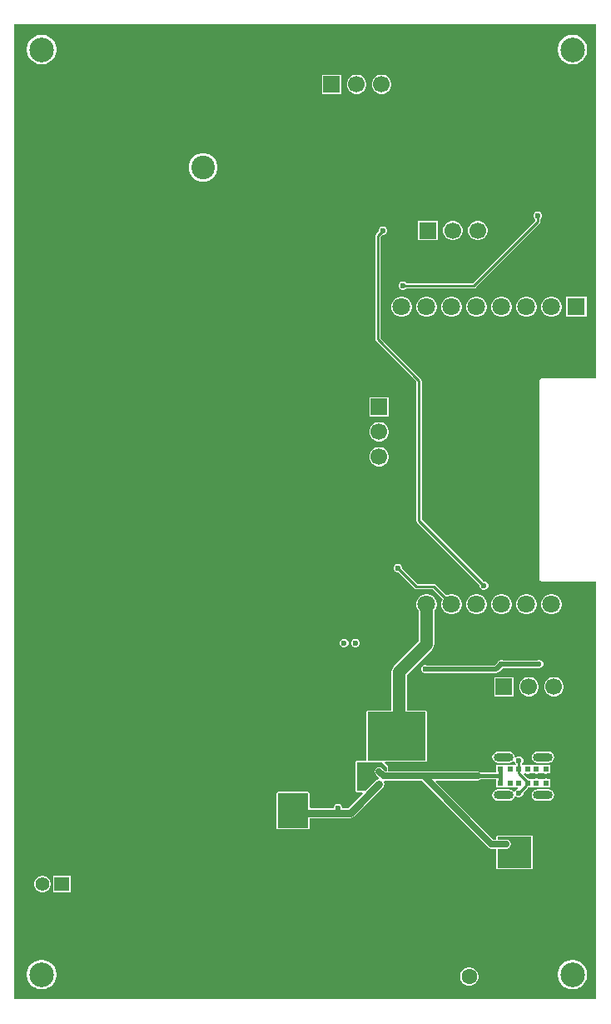
<source format=gbl>
G04*
G04 #@! TF.GenerationSoftware,Altium Limited,Altium Designer,22.2.1 (43)*
G04*
G04 Layer_Physical_Order=2*
G04 Layer_Color=16711680*
%FSLAX25Y25*%
%MOIN*%
G70*
G04*
G04 #@! TF.SameCoordinates,7FF29AC8-F327-4267-8616-DCF866A2A884*
G04*
G04*
G04 #@! TF.FilePolarity,Positive*
G04*
G01*
G75*
%ADD10C,0.01000*%
%ADD74C,0.02000*%
%ADD75C,0.05000*%
%ADD77C,0.01500*%
%ADD78C,0.03000*%
%ADD79C,0.02500*%
%ADD81C,0.06299*%
%ADD82R,0.06693X0.06693*%
%ADD83C,0.06693*%
%ADD84R,0.02441X0.02441*%
%ADD85O,0.07874X0.03543*%
%ADD86C,0.09449*%
%ADD87C,0.09843*%
%ADD88R,0.07087X0.07087*%
%ADD89C,0.07087*%
%ADD90C,0.05512*%
%ADD91R,0.05906X0.05512*%
%ADD92R,0.06693X0.06693*%
%ADD93C,0.02362*%
%ADD94C,0.01600*%
G36*
X234000Y250303D02*
X212000D01*
X211693Y250242D01*
X211432Y250068D01*
X211258Y249807D01*
X211197Y249500D01*
Y170000D01*
X211258Y169693D01*
X211432Y169432D01*
X211693Y169258D01*
X212000Y169197D01*
X234000D01*
Y2000D01*
X1000D01*
Y392000D01*
X234000D01*
Y250303D01*
D02*
G37*
%LPC*%
G36*
X224991Y387795D02*
X223828D01*
X222687Y387568D01*
X221612Y387123D01*
X220645Y386477D01*
X219822Y385654D01*
X219176Y384687D01*
X218731Y383612D01*
X218504Y382471D01*
Y381308D01*
X218731Y380167D01*
X219176Y379093D01*
X219822Y378125D01*
X220645Y377303D01*
X221612Y376656D01*
X222687Y376211D01*
X223828Y375984D01*
X224991D01*
X226132Y376211D01*
X227207Y376656D01*
X228174Y377303D01*
X228997Y378125D01*
X229643Y379093D01*
X230088Y380167D01*
X230315Y381308D01*
Y382471D01*
X230088Y383612D01*
X229643Y384687D01*
X228997Y385654D01*
X228174Y386477D01*
X227207Y387123D01*
X226132Y387568D01*
X224991Y387795D01*
D02*
G37*
G36*
X12393D02*
X11229D01*
X10088Y387568D01*
X9014Y387123D01*
X8046Y386477D01*
X7224Y385654D01*
X6578Y384687D01*
X6132Y383612D01*
X5906Y382471D01*
Y381308D01*
X6132Y380167D01*
X6578Y379093D01*
X7224Y378125D01*
X8046Y377303D01*
X9014Y376656D01*
X10088Y376211D01*
X11229Y375984D01*
X12393D01*
X13534Y376211D01*
X14608Y376656D01*
X15576Y377303D01*
X16398Y378125D01*
X17044Y379093D01*
X17490Y380167D01*
X17717Y381308D01*
Y382471D01*
X17490Y383612D01*
X17044Y384687D01*
X16398Y385654D01*
X15576Y386477D01*
X14608Y387123D01*
X13534Y387568D01*
X12393Y387795D01*
D02*
G37*
G36*
X148506Y371847D02*
X147494D01*
X146515Y371584D01*
X145638Y371078D01*
X144922Y370362D01*
X144416Y369485D01*
X144153Y368506D01*
Y367494D01*
X144416Y366515D01*
X144922Y365638D01*
X145638Y364922D01*
X146515Y364416D01*
X147494Y364154D01*
X148506D01*
X149485Y364416D01*
X150362Y364922D01*
X151078Y365638D01*
X151584Y366515D01*
X151847Y367494D01*
Y368506D01*
X151584Y369485D01*
X151078Y370362D01*
X150362Y371078D01*
X149485Y371584D01*
X148506Y371847D01*
D02*
G37*
G36*
X138506D02*
X137494D01*
X136515Y371584D01*
X135638Y371078D01*
X134922Y370362D01*
X134416Y369485D01*
X134153Y368506D01*
Y367494D01*
X134416Y366515D01*
X134922Y365638D01*
X135638Y364922D01*
X136515Y364416D01*
X137494Y364154D01*
X138506D01*
X139485Y364416D01*
X140362Y364922D01*
X141078Y365638D01*
X141584Y366515D01*
X141847Y367494D01*
Y368506D01*
X141584Y369485D01*
X141078Y370362D01*
X140362Y371078D01*
X139485Y371584D01*
X138506Y371847D01*
D02*
G37*
G36*
X131846D02*
X124153D01*
Y364154D01*
X131846D01*
Y371847D01*
D02*
G37*
G36*
X77248Y340461D02*
X75744D01*
X74292Y340072D01*
X72991Y339320D01*
X71928Y338257D01*
X71176Y336955D01*
X70787Y335504D01*
Y334000D01*
X71176Y332548D01*
X71928Y331247D01*
X72991Y330184D01*
X74292Y329432D01*
X75744Y329043D01*
X77248D01*
X78699Y329432D01*
X80001Y330184D01*
X81064Y331247D01*
X81816Y332548D01*
X82205Y334000D01*
Y335504D01*
X81816Y336955D01*
X81064Y338257D01*
X80001Y339320D01*
X78699Y340072D01*
X77248Y340461D01*
D02*
G37*
G36*
X187006Y313347D02*
X185994D01*
X185015Y313084D01*
X184138Y312578D01*
X183422Y311862D01*
X182916Y310985D01*
X182653Y310006D01*
Y308994D01*
X182916Y308015D01*
X183422Y307138D01*
X184138Y306422D01*
X185015Y305916D01*
X185994Y305654D01*
X187006D01*
X187985Y305916D01*
X188862Y306422D01*
X189578Y307138D01*
X190084Y308015D01*
X190347Y308994D01*
Y310006D01*
X190084Y310985D01*
X189578Y311862D01*
X188862Y312578D01*
X187985Y313084D01*
X187006Y313347D01*
D02*
G37*
G36*
X177006D02*
X175994D01*
X175015Y313084D01*
X174138Y312578D01*
X173422Y311862D01*
X172916Y310985D01*
X172653Y310006D01*
Y308994D01*
X172916Y308015D01*
X173422Y307138D01*
X174138Y306422D01*
X175015Y305916D01*
X175994Y305654D01*
X177006D01*
X177985Y305916D01*
X178862Y306422D01*
X179578Y307138D01*
X180084Y308015D01*
X180347Y308994D01*
Y310006D01*
X180084Y310985D01*
X179578Y311862D01*
X178862Y312578D01*
X177985Y313084D01*
X177006Y313347D01*
D02*
G37*
G36*
X170346D02*
X162654D01*
Y305654D01*
X170346D01*
Y313347D01*
D02*
G37*
G36*
X210834Y317181D02*
X210166D01*
X209548Y316925D01*
X209075Y316452D01*
X208819Y315834D01*
Y315166D01*
X209075Y314548D01*
X209480Y314142D01*
Y313422D01*
X184578Y288520D01*
X157858D01*
X157452Y288925D01*
X156834Y289181D01*
X156166D01*
X155548Y288925D01*
X155075Y288452D01*
X154819Y287834D01*
Y287166D01*
X155075Y286548D01*
X155548Y286075D01*
X156166Y285819D01*
X156834D01*
X157452Y286075D01*
X157858Y286480D01*
X185000D01*
X185390Y286558D01*
X185721Y286779D01*
X211221Y312279D01*
X211442Y312610D01*
X211520Y313000D01*
Y314142D01*
X211925Y314548D01*
X212181Y315166D01*
Y315834D01*
X211925Y316452D01*
X211452Y316925D01*
X210834Y317181D01*
D02*
G37*
G36*
X230043Y283043D02*
X221957D01*
Y274957D01*
X230043D01*
Y283043D01*
D02*
G37*
G36*
X216532D02*
X215468D01*
X214439Y282768D01*
X213517Y282235D01*
X212765Y281483D01*
X212232Y280561D01*
X211957Y279532D01*
Y278468D01*
X212232Y277439D01*
X212765Y276517D01*
X213517Y275765D01*
X214439Y275232D01*
X215468Y274957D01*
X216532D01*
X217561Y275232D01*
X218483Y275765D01*
X219235Y276517D01*
X219768Y277439D01*
X220043Y278468D01*
Y279532D01*
X219768Y280561D01*
X219235Y281483D01*
X218483Y282235D01*
X217561Y282768D01*
X216532Y283043D01*
D02*
G37*
G36*
X206532D02*
X205468D01*
X204439Y282768D01*
X203517Y282235D01*
X202765Y281483D01*
X202232Y280561D01*
X201957Y279532D01*
Y278468D01*
X202232Y277439D01*
X202765Y276517D01*
X203517Y275765D01*
X204439Y275232D01*
X205468Y274957D01*
X206532D01*
X207561Y275232D01*
X208483Y275765D01*
X209235Y276517D01*
X209768Y277439D01*
X210043Y278468D01*
Y279532D01*
X209768Y280561D01*
X209235Y281483D01*
X208483Y282235D01*
X207561Y282768D01*
X206532Y283043D01*
D02*
G37*
G36*
X196532D02*
X195468D01*
X194439Y282768D01*
X193517Y282235D01*
X192765Y281483D01*
X192232Y280561D01*
X191957Y279532D01*
Y278468D01*
X192232Y277439D01*
X192765Y276517D01*
X193517Y275765D01*
X194439Y275232D01*
X195468Y274957D01*
X196532D01*
X197561Y275232D01*
X198483Y275765D01*
X199235Y276517D01*
X199768Y277439D01*
X200043Y278468D01*
Y279532D01*
X199768Y280561D01*
X199235Y281483D01*
X198483Y282235D01*
X197561Y282768D01*
X196532Y283043D01*
D02*
G37*
G36*
X186532D02*
X185468D01*
X184439Y282768D01*
X183517Y282235D01*
X182765Y281483D01*
X182232Y280561D01*
X181957Y279532D01*
Y278468D01*
X182232Y277439D01*
X182765Y276517D01*
X183517Y275765D01*
X184439Y275232D01*
X185468Y274957D01*
X186532D01*
X187561Y275232D01*
X188483Y275765D01*
X189235Y276517D01*
X189768Y277439D01*
X190043Y278468D01*
Y279532D01*
X189768Y280561D01*
X189235Y281483D01*
X188483Y282235D01*
X187561Y282768D01*
X186532Y283043D01*
D02*
G37*
G36*
X176532D02*
X175468D01*
X174439Y282768D01*
X173517Y282235D01*
X172765Y281483D01*
X172232Y280561D01*
X171957Y279532D01*
Y278468D01*
X172232Y277439D01*
X172765Y276517D01*
X173517Y275765D01*
X174439Y275232D01*
X175468Y274957D01*
X176532D01*
X177561Y275232D01*
X178483Y275765D01*
X179235Y276517D01*
X179768Y277439D01*
X180043Y278468D01*
Y279532D01*
X179768Y280561D01*
X179235Y281483D01*
X178483Y282235D01*
X177561Y282768D01*
X176532Y283043D01*
D02*
G37*
G36*
X166532D02*
X165468D01*
X164439Y282768D01*
X163517Y282235D01*
X162765Y281483D01*
X162232Y280561D01*
X161957Y279532D01*
Y278468D01*
X162232Y277439D01*
X162765Y276517D01*
X163517Y275765D01*
X164439Y275232D01*
X165468Y274957D01*
X166532D01*
X167561Y275232D01*
X168483Y275765D01*
X169235Y276517D01*
X169768Y277439D01*
X170043Y278468D01*
Y279532D01*
X169768Y280561D01*
X169235Y281483D01*
X168483Y282235D01*
X167561Y282768D01*
X166532Y283043D01*
D02*
G37*
G36*
X156532D02*
X155468D01*
X154439Y282768D01*
X153517Y282235D01*
X152765Y281483D01*
X152232Y280561D01*
X151957Y279532D01*
Y278468D01*
X152232Y277439D01*
X152765Y276517D01*
X153517Y275765D01*
X154439Y275232D01*
X155468Y274957D01*
X156532D01*
X157561Y275232D01*
X158483Y275765D01*
X159235Y276517D01*
X159768Y277439D01*
X160043Y278468D01*
Y279532D01*
X159768Y280561D01*
X159235Y281483D01*
X158483Y282235D01*
X157561Y282768D01*
X156532Y283043D01*
D02*
G37*
G36*
X150847Y242846D02*
X143154D01*
Y235154D01*
X150847D01*
Y242846D01*
D02*
G37*
G36*
X147506Y232846D02*
X146494D01*
X145515Y232584D01*
X144638Y232078D01*
X143922Y231362D01*
X143416Y230485D01*
X143154Y229506D01*
Y228494D01*
X143416Y227515D01*
X143922Y226638D01*
X144638Y225922D01*
X145515Y225416D01*
X146494Y225153D01*
X147506D01*
X148485Y225416D01*
X149362Y225922D01*
X150078Y226638D01*
X150584Y227515D01*
X150847Y228494D01*
Y229506D01*
X150584Y230485D01*
X150078Y231362D01*
X149362Y232078D01*
X148485Y232584D01*
X147506Y232846D01*
D02*
G37*
G36*
Y222847D02*
X146494D01*
X145515Y222584D01*
X144638Y222078D01*
X143922Y221362D01*
X143416Y220485D01*
X143154Y219506D01*
Y218494D01*
X143416Y217515D01*
X143922Y216638D01*
X144638Y215922D01*
X145515Y215416D01*
X146494Y215154D01*
X147506D01*
X148485Y215416D01*
X149362Y215922D01*
X150078Y216638D01*
X150584Y217515D01*
X150847Y218494D01*
Y219506D01*
X150584Y220485D01*
X150078Y221362D01*
X149362Y222078D01*
X148485Y222584D01*
X147506Y222847D01*
D02*
G37*
G36*
X148834Y311181D02*
X148166D01*
X147548Y310925D01*
X147075Y310452D01*
X146819Y309834D01*
Y309261D01*
X145779Y308221D01*
X145558Y307890D01*
X145480Y307500D01*
Y266000D01*
X145558Y265610D01*
X145779Y265279D01*
X161980Y249078D01*
Y193500D01*
X162058Y193110D01*
X162279Y192779D01*
X187319Y167739D01*
Y167166D01*
X187575Y166548D01*
X188048Y166075D01*
X188666Y165819D01*
X189334D01*
X189952Y166075D01*
X190425Y166548D01*
X190681Y167166D01*
Y167834D01*
X190425Y168452D01*
X189952Y168925D01*
X189334Y169181D01*
X188761D01*
X164020Y193922D01*
Y249500D01*
X163942Y249890D01*
X163721Y250221D01*
X147520Y266422D01*
Y307078D01*
X148261Y307819D01*
X148834D01*
X149452Y308075D01*
X149925Y308548D01*
X150181Y309166D01*
Y309834D01*
X149925Y310452D01*
X149452Y310925D01*
X148834Y311181D01*
D02*
G37*
G36*
X216532Y164043D02*
X215468D01*
X214439Y163768D01*
X213517Y163235D01*
X212765Y162483D01*
X212232Y161561D01*
X211957Y160532D01*
Y159468D01*
X212232Y158439D01*
X212765Y157517D01*
X213517Y156765D01*
X214439Y156232D01*
X215468Y155957D01*
X216532D01*
X217561Y156232D01*
X218483Y156765D01*
X219235Y157517D01*
X219768Y158439D01*
X220043Y159468D01*
Y160532D01*
X219768Y161561D01*
X219235Y162483D01*
X218483Y163235D01*
X217561Y163768D01*
X216532Y164043D01*
D02*
G37*
G36*
X206532D02*
X205468D01*
X204439Y163768D01*
X203517Y163235D01*
X202765Y162483D01*
X202232Y161561D01*
X201957Y160532D01*
Y159468D01*
X202232Y158439D01*
X202765Y157517D01*
X203517Y156765D01*
X204439Y156232D01*
X205468Y155957D01*
X206532D01*
X207561Y156232D01*
X208483Y156765D01*
X209235Y157517D01*
X209768Y158439D01*
X210043Y159468D01*
Y160532D01*
X209768Y161561D01*
X209235Y162483D01*
X208483Y163235D01*
X207561Y163768D01*
X206532Y164043D01*
D02*
G37*
G36*
X196532D02*
X195468D01*
X194439Y163768D01*
X193517Y163235D01*
X192765Y162483D01*
X192232Y161561D01*
X191957Y160532D01*
Y159468D01*
X192232Y158439D01*
X192765Y157517D01*
X193517Y156765D01*
X194439Y156232D01*
X195468Y155957D01*
X196532D01*
X197561Y156232D01*
X198483Y156765D01*
X199235Y157517D01*
X199768Y158439D01*
X200043Y159468D01*
Y160532D01*
X199768Y161561D01*
X199235Y162483D01*
X198483Y163235D01*
X197561Y163768D01*
X196532Y164043D01*
D02*
G37*
G36*
X186532D02*
X185468D01*
X184439Y163768D01*
X183517Y163235D01*
X182765Y162483D01*
X182232Y161561D01*
X181957Y160532D01*
Y159468D01*
X182232Y158439D01*
X182765Y157517D01*
X183517Y156765D01*
X184439Y156232D01*
X185468Y155957D01*
X186532D01*
X187561Y156232D01*
X188483Y156765D01*
X189235Y157517D01*
X189768Y158439D01*
X190043Y159468D01*
Y160532D01*
X189768Y161561D01*
X189235Y162483D01*
X188483Y163235D01*
X187561Y163768D01*
X186532Y164043D01*
D02*
G37*
G36*
X154834Y176181D02*
X154166D01*
X153548Y175925D01*
X153075Y175452D01*
X152819Y174834D01*
Y174166D01*
X153075Y173548D01*
X153548Y173075D01*
X154166Y172819D01*
X154739D01*
X161279Y166279D01*
X161610Y166058D01*
X162000Y165980D01*
X168578D01*
X172512Y162046D01*
X172232Y161561D01*
X171957Y160532D01*
Y159468D01*
X172232Y158439D01*
X172765Y157517D01*
X173517Y156765D01*
X174439Y156232D01*
X175468Y155957D01*
X176532D01*
X177561Y156232D01*
X178483Y156765D01*
X179235Y157517D01*
X179768Y158439D01*
X180043Y159468D01*
Y160532D01*
X179768Y161561D01*
X179235Y162483D01*
X178483Y163235D01*
X177561Y163768D01*
X176532Y164043D01*
X175468D01*
X174439Y163768D01*
X173954Y163488D01*
X169721Y167721D01*
X169390Y167942D01*
X169000Y168020D01*
X162422D01*
X156181Y174261D01*
Y174834D01*
X155925Y175452D01*
X155452Y175925D01*
X154834Y176181D01*
D02*
G37*
G36*
X137834Y146181D02*
X137166D01*
X136548Y145925D01*
X136075Y145452D01*
X135819Y144834D01*
Y144166D01*
X136075Y143548D01*
X136548Y143075D01*
X137166Y142819D01*
X137834D01*
X138452Y143075D01*
X138925Y143548D01*
X139181Y144166D01*
Y144834D01*
X138925Y145452D01*
X138452Y145925D01*
X137834Y146181D01*
D02*
G37*
G36*
X133334D02*
X132666D01*
X132048Y145925D01*
X131575Y145452D01*
X131319Y144834D01*
Y144166D01*
X131575Y143548D01*
X132048Y143075D01*
X132666Y142819D01*
X133334D01*
X133952Y143075D01*
X134425Y143548D01*
X134681Y144166D01*
Y144834D01*
X134425Y145452D01*
X133952Y145925D01*
X133334Y146181D01*
D02*
G37*
G36*
X211334Y137681D02*
X210666D01*
X210299Y137529D01*
X196701D01*
X196334Y137681D01*
X195666D01*
X195048Y137425D01*
X194575Y136952D01*
X194423Y136586D01*
X193367Y135529D01*
X166201D01*
X165834Y135681D01*
X165166D01*
X164548Y135425D01*
X164075Y134952D01*
X163819Y134334D01*
Y133666D01*
X164075Y133048D01*
X164548Y132575D01*
X165166Y132319D01*
X165834D01*
X166201Y132471D01*
X194000D01*
X194585Y132587D01*
X195081Y132919D01*
X196586Y134423D01*
X196701Y134471D01*
X210299D01*
X210666Y134319D01*
X211334D01*
X211952Y134575D01*
X212425Y135048D01*
X212681Y135666D01*
Y136334D01*
X212425Y136952D01*
X211952Y137425D01*
X211334Y137681D01*
D02*
G37*
G36*
X217506Y130847D02*
X216494D01*
X215515Y130584D01*
X214638Y130078D01*
X213922Y129362D01*
X213416Y128485D01*
X213154Y127506D01*
Y126494D01*
X213416Y125515D01*
X213922Y124638D01*
X214638Y123922D01*
X215515Y123416D01*
X216494Y123153D01*
X217506D01*
X218485Y123416D01*
X219362Y123922D01*
X220078Y124638D01*
X220584Y125515D01*
X220847Y126494D01*
Y127506D01*
X220584Y128485D01*
X220078Y129362D01*
X219362Y130078D01*
X218485Y130584D01*
X217506Y130847D01*
D02*
G37*
G36*
X207506D02*
X206494D01*
X205515Y130584D01*
X204638Y130078D01*
X203922Y129362D01*
X203416Y128485D01*
X203153Y127506D01*
Y126494D01*
X203416Y125515D01*
X203922Y124638D01*
X204638Y123922D01*
X205515Y123416D01*
X206494Y123153D01*
X207506D01*
X208485Y123416D01*
X209362Y123922D01*
X210078Y124638D01*
X210584Y125515D01*
X210846Y126494D01*
Y127506D01*
X210584Y128485D01*
X210078Y129362D01*
X209362Y130078D01*
X208485Y130584D01*
X207506Y130847D01*
D02*
G37*
G36*
X200847D02*
X193154D01*
Y123153D01*
X200847D01*
Y130847D01*
D02*
G37*
G36*
X214724Y101159D02*
X210393D01*
X209507Y100982D01*
X208755Y100480D01*
X208253Y99729D01*
X208077Y98843D01*
X208253Y97956D01*
X208755Y97205D01*
X209507Y96703D01*
X210393Y96526D01*
X214724D01*
X215610Y96703D01*
X216362Y97205D01*
X216864Y97956D01*
X217040Y98843D01*
X216864Y99729D01*
X216362Y100480D01*
X215610Y100982D01*
X214724Y101159D01*
D02*
G37*
G36*
X166532Y164043D02*
X165468D01*
X164439Y163768D01*
X163517Y163235D01*
X162765Y162483D01*
X162232Y161561D01*
X161957Y160532D01*
Y159468D01*
X162232Y158439D01*
X162765Y157517D01*
X162974Y157308D01*
Y145253D01*
X152860Y135140D01*
X152380Y134513D01*
X152077Y133783D01*
X151974Y133000D01*
Y117541D01*
X142500D01*
X142117Y117383D01*
X141959Y117000D01*
Y97500D01*
X141906Y97421D01*
X138110D01*
X137727Y97263D01*
X137569Y96880D01*
Y85380D01*
X137727Y84997D01*
X138110Y84839D01*
X140302D01*
X140493Y84377D01*
X134655Y78539D01*
X132181D01*
Y78834D01*
X131925Y79452D01*
X131452Y79925D01*
X130834Y80181D01*
X130166D01*
X129548Y79925D01*
X129075Y79452D01*
X128819Y78834D01*
Y78539D01*
X119355D01*
X119129Y79039D01*
X119181Y79166D01*
Y79834D01*
X119077Y80086D01*
Y84491D01*
X118918Y84873D01*
X118536Y85032D01*
X106536D01*
X106153Y84873D01*
X105994Y84491D01*
Y70491D01*
X106153Y70108D01*
X106536Y69949D01*
X118536D01*
X118918Y70108D01*
X119077Y70491D01*
Y74461D01*
X135500D01*
X136280Y74616D01*
X136942Y75058D01*
X148442Y86558D01*
X148884Y87220D01*
X149039Y88000D01*
X148884Y88780D01*
X148764Y88960D01*
X149031Y89460D01*
X164017D01*
X190738Y62738D01*
X190738Y62738D01*
X191317Y62352D01*
X192000Y62216D01*
X192000Y62216D01*
X193959D01*
Y54520D01*
X194105Y54168D01*
X194117Y54137D01*
X194117Y54137D01*
X194137Y54117D01*
X194518Y53959D01*
X194520Y53959D01*
X194520Y53959D01*
X208000D01*
X208383Y54117D01*
X208541Y54500D01*
Y67000D01*
X208383Y67383D01*
X208000Y67541D01*
X194500D01*
X194117Y67383D01*
X193959Y67000D01*
Y65784D01*
X192739D01*
X169526Y88998D01*
X169717Y89460D01*
X186500D01*
X187183Y89596D01*
X187666Y89919D01*
X193909D01*
Y89067D01*
X193818Y88848D01*
Y88128D01*
X193909Y87909D01*
Y86768D01*
X195050D01*
X195269Y86677D01*
X195989D01*
X196208Y86768D01*
X197649Y86768D01*
X197850Y86768D01*
X198790D01*
X199009Y86677D01*
X199729D01*
X199948Y86768D01*
X201090D01*
Y86768D01*
X201192D01*
Y86768D01*
X202334D01*
X202553Y86677D01*
X202656D01*
X202666Y86181D01*
X202048Y85925D01*
X201575Y85452D01*
X201394Y85016D01*
X200863Y84921D01*
X200855Y84922D01*
X200614Y85284D01*
X199862Y85786D01*
X198976Y85962D01*
X194645D01*
X193759Y85786D01*
X193007Y85284D01*
X192505Y84532D01*
X192329Y83646D01*
X192505Y82759D01*
X193007Y82008D01*
X193759Y81506D01*
X194645Y81330D01*
X198976D01*
X199862Y81506D01*
X200614Y82008D01*
X201116Y82759D01*
X201208Y83225D01*
X201748Y83375D01*
X202048Y83075D01*
X202666Y82819D01*
X203334D01*
X203952Y83075D01*
X204425Y83548D01*
X204681Y84166D01*
Y84739D01*
X206457Y86515D01*
X206565Y86677D01*
X206817D01*
X207035Y86768D01*
X208177D01*
Y86768D01*
X208280D01*
Y86768D01*
X209421D01*
X209640Y86677D01*
X210360D01*
X210579Y86768D01*
X212019Y86768D01*
X212221Y86768D01*
X213160D01*
X213379Y86677D01*
X214100D01*
X214318Y86768D01*
X215460D01*
Y87909D01*
X215550Y88128D01*
Y88848D01*
X215460Y89067D01*
Y90209D01*
X214318D01*
X214100Y90299D01*
X213379D01*
X213160Y90209D01*
X211720Y90209D01*
X211519Y90209D01*
X210579D01*
X210360Y90299D01*
X209640D01*
X209421Y90209D01*
X208280D01*
Y90209D01*
X208177D01*
Y90209D01*
X207035D01*
X206817Y90299D01*
X206399D01*
X204918Y91780D01*
X205125Y92279D01*
X205877D01*
X206096Y92189D01*
X206817D01*
X207035Y92279D01*
X208177D01*
Y92279D01*
X208280D01*
Y92279D01*
X209421D01*
X209640Y92189D01*
X210360D01*
X210579Y92279D01*
X212019Y92279D01*
X212221Y92279D01*
X213160D01*
X213379Y92189D01*
X214100D01*
X214318Y92279D01*
X215460D01*
Y93421D01*
X215550Y93640D01*
Y94360D01*
X215460Y94579D01*
Y95720D01*
X214318D01*
X214100Y95811D01*
X213379D01*
X213160Y95720D01*
X211720Y95720D01*
X211519Y95720D01*
X210579D01*
X210360Y95811D01*
X209640D01*
X209421Y95720D01*
X208280D01*
Y95720D01*
X208177D01*
Y95720D01*
X207035D01*
X206817Y95811D01*
X206096D01*
X205877Y95720D01*
X204736D01*
Y95720D01*
X204633D01*
X204306Y95807D01*
X204183Y96305D01*
X204425Y96548D01*
X204681Y97166D01*
Y97834D01*
X204425Y98452D01*
X203952Y98925D01*
X203334Y99181D01*
X202666D01*
X202048Y98925D01*
X201761Y98639D01*
X201402Y98795D01*
X201286Y98871D01*
X201116Y99729D01*
X200614Y100480D01*
X199862Y100982D01*
X198976Y101159D01*
X194645D01*
X193759Y100982D01*
X193007Y100480D01*
X192505Y99729D01*
X192329Y98843D01*
X192505Y97956D01*
X193007Y97205D01*
X193759Y96703D01*
X194645Y96526D01*
X198976D01*
X199862Y96703D01*
X200614Y97205D01*
X200819Y97512D01*
X201319Y97360D01*
Y97166D01*
X201575Y96548D01*
X201902Y96220D01*
X201791Y95720D01*
X201192D01*
Y95720D01*
X201090D01*
Y95720D01*
X199948D01*
X199729Y95811D01*
X199009D01*
X198790Y95720D01*
X197350Y95720D01*
X197149Y95720D01*
X196208D01*
X195989Y95811D01*
X195269D01*
X195050Y95720D01*
X193909D01*
Y94579D01*
X193818Y94360D01*
Y93640D01*
X193909Y93421D01*
Y92570D01*
X187666D01*
X187183Y92893D01*
X186500Y93028D01*
X150651D01*
Y94880D01*
X150651Y94880D01*
X150493Y95263D01*
X150493Y95263D01*
X149258Y96497D01*
X149450Y96959D01*
X165500D01*
X165883Y97117D01*
X166041Y97500D01*
Y117000D01*
X165883Y117383D01*
X165500Y117541D01*
X158026D01*
Y131747D01*
X168140Y141860D01*
X168621Y142487D01*
X168923Y143217D01*
X169026Y144000D01*
Y157308D01*
X169235Y157517D01*
X169768Y158439D01*
X170043Y159468D01*
Y160532D01*
X169768Y161561D01*
X169235Y162483D01*
X168483Y163235D01*
X167561Y163768D01*
X166532Y164043D01*
D02*
G37*
G36*
X214724Y85962D02*
X210393D01*
X209507Y85786D01*
X208755Y85284D01*
X208253Y84532D01*
X208077Y83646D01*
X208253Y82759D01*
X208755Y82008D01*
X209507Y81506D01*
X210393Y81330D01*
X214724D01*
X215610Y81506D01*
X216362Y82008D01*
X216864Y82759D01*
X217040Y83646D01*
X216864Y84532D01*
X216362Y85284D01*
X215610Y85786D01*
X214724Y85962D01*
D02*
G37*
G36*
X23453Y51256D02*
X16547D01*
Y44744D01*
X23453D01*
Y51256D01*
D02*
G37*
G36*
X12555D02*
X11697D01*
X10869Y51034D01*
X10127Y50605D01*
X9521Y49999D01*
X9092Y49257D01*
X8870Y48429D01*
Y47571D01*
X9092Y46743D01*
X9521Y46001D01*
X10127Y45395D01*
X10869Y44966D01*
X11697Y44744D01*
X12555D01*
X13383Y44966D01*
X14125Y45395D01*
X14731Y46001D01*
X15160Y46743D01*
X15382Y47571D01*
Y48429D01*
X15160Y49257D01*
X14731Y49999D01*
X14125Y50605D01*
X13383Y51034D01*
X12555Y51256D01*
D02*
G37*
G36*
X183544Y14650D02*
X182582D01*
X181654Y14401D01*
X180822Y13920D01*
X180143Y13241D01*
X179662Y12409D01*
X179413Y11480D01*
Y10520D01*
X179662Y9591D01*
X180143Y8759D01*
X180822Y8080D01*
X181654Y7599D01*
X182582Y7350D01*
X183544D01*
X184472Y7599D01*
X185304Y8080D01*
X185983Y8759D01*
X186464Y9591D01*
X186713Y10520D01*
Y11480D01*
X186464Y12409D01*
X185983Y13241D01*
X185304Y13920D01*
X184472Y14401D01*
X183544Y14650D01*
D02*
G37*
G36*
X224991Y17717D02*
X223828D01*
X222687Y17490D01*
X221612Y17044D01*
X220645Y16398D01*
X219822Y15576D01*
X219176Y14608D01*
X218731Y13534D01*
X218504Y12393D01*
Y11229D01*
X218731Y10088D01*
X219176Y9014D01*
X219822Y8046D01*
X220645Y7224D01*
X221612Y6578D01*
X222687Y6132D01*
X223828Y5906D01*
X224991D01*
X226132Y6132D01*
X227207Y6578D01*
X228174Y7224D01*
X228997Y8046D01*
X229643Y9014D01*
X230088Y10088D01*
X230315Y11229D01*
Y12393D01*
X230088Y13534D01*
X229643Y14608D01*
X228997Y15576D01*
X228174Y16398D01*
X227207Y17044D01*
X226132Y17490D01*
X224991Y17717D01*
D02*
G37*
G36*
X12393D02*
X11229D01*
X10088Y17490D01*
X9014Y17044D01*
X8046Y16398D01*
X7224Y15576D01*
X6578Y14608D01*
X6132Y13534D01*
X5906Y12393D01*
Y11229D01*
X6132Y10088D01*
X6578Y9014D01*
X7224Y8046D01*
X8046Y7224D01*
X9014Y6578D01*
X10088Y6132D01*
X11229Y5906D01*
X12393D01*
X13534Y6132D01*
X14608Y6578D01*
X15576Y7224D01*
X16398Y8046D01*
X17044Y9014D01*
X17490Y10088D01*
X17717Y11229D01*
Y12393D01*
X17490Y13534D01*
X17044Y14608D01*
X16398Y15576D01*
X15576Y16398D01*
X14608Y17044D01*
X13534Y17490D01*
X12393Y17717D01*
D02*
G37*
%LPD*%
G36*
X165500Y97500D02*
X142500D01*
Y117000D01*
X165500D01*
Y97500D01*
D02*
G37*
G36*
X150110Y94880D02*
Y93028D01*
X149495D01*
X148262Y94262D01*
X147683Y94648D01*
X147000Y94784D01*
X146317Y94648D01*
X145738Y94262D01*
X145352Y93683D01*
X145216Y93000D01*
X145352Y92317D01*
X145738Y91738D01*
X146958Y90518D01*
X146775Y89994D01*
X146220Y89884D01*
X145558Y89442D01*
X141496Y85380D01*
X138110D01*
Y96880D01*
X148110D01*
X150110Y94880D01*
D02*
G37*
G36*
X118536Y70491D02*
X106536D01*
Y84491D01*
X118536D01*
Y70491D01*
D02*
G37*
G36*
X208000Y54500D02*
X194520D01*
X194500Y54520D01*
Y62216D01*
X198000D01*
X198683Y62352D01*
X199262Y62738D01*
X199648Y63317D01*
X199784Y64000D01*
X199648Y64683D01*
X199262Y65262D01*
X198683Y65649D01*
X198000Y65784D01*
X194500D01*
Y67000D01*
X208000D01*
Y54500D01*
D02*
G37*
D10*
X154500Y174500D02*
X162000Y167000D01*
X169000D01*
X176000Y160000D01*
X146500Y307500D02*
X148500Y309500D01*
X146500Y266000D02*
X163000Y249500D01*
X146500Y266000D02*
Y307500D01*
X163000Y193500D02*
Y249500D01*
Y193500D02*
X189000Y167500D01*
X185000Y287500D02*
X210500Y313000D01*
Y315500D01*
X156500Y287500D02*
X185000D01*
X205736Y87236D02*
Y87992D01*
X206500Y88756D01*
X203000Y84500D02*
X205736Y87236D01*
X203000Y92256D02*
X206500Y88756D01*
X203000Y92256D02*
Y97500D01*
D74*
X194000Y134000D02*
X196000Y136000D01*
X165500Y134000D02*
X194000D01*
X196000Y136000D02*
X211000D01*
D75*
X155000Y115500D02*
Y133000D01*
Y115500D02*
X158500Y112000D01*
X155000Y133000D02*
X166000Y144000D01*
X158500Y112000D02*
X161500D01*
X166000Y144000D02*
Y160000D01*
D77*
X195629Y91244D02*
Y94000D01*
Y88488D02*
Y91244D01*
D78*
X112000Y76500D02*
X135500D01*
X147000Y88000D01*
D79*
X164756Y91244D02*
X192000Y64000D01*
X198000D01*
X148756Y91244D02*
X164756D01*
X186500D01*
X147000Y93000D02*
X148756Y91244D01*
D81*
X183063Y11000D02*
D03*
X190937D02*
D03*
D82*
X128000Y368000D02*
D03*
X197000Y127000D02*
D03*
X166500Y309500D02*
D03*
D83*
X138000Y368000D02*
D03*
X148000D02*
D03*
X158000D02*
D03*
X227000Y127000D02*
D03*
X217000D02*
D03*
X207000D02*
D03*
X147000Y229000D02*
D03*
Y219000D02*
D03*
Y209000D02*
D03*
X176500Y309500D02*
D03*
X186500D02*
D03*
X196500D02*
D03*
D84*
X217480Y94000D02*
D03*
X213739D02*
D03*
X210000D02*
D03*
X206456D02*
D03*
X202913D02*
D03*
X199369D02*
D03*
X195629D02*
D03*
X191889D02*
D03*
Y88488D02*
D03*
X195629D02*
D03*
X199369D02*
D03*
X202913D02*
D03*
X206456D02*
D03*
X210000D02*
D03*
X213739D02*
D03*
X217480D02*
D03*
D85*
X196810Y98843D02*
D03*
X212559D02*
D03*
X196810Y83646D02*
D03*
X212559D02*
D03*
D86*
X76496Y334752D02*
D03*
D87*
X11811Y11811D02*
D03*
X224410D02*
D03*
X11811Y381890D02*
D03*
X224410D02*
D03*
D88*
X226000Y279000D02*
D03*
Y160000D02*
D03*
D89*
X216000Y279000D02*
D03*
X206000D02*
D03*
X196000D02*
D03*
X186000D02*
D03*
X176000D02*
D03*
X166000D02*
D03*
X156000D02*
D03*
X216000Y160000D02*
D03*
X206000D02*
D03*
X196000D02*
D03*
X186000D02*
D03*
X176000D02*
D03*
X166000D02*
D03*
X156000D02*
D03*
D90*
X12126Y48000D02*
D03*
D91*
X20000D02*
D03*
D92*
X147000Y239000D02*
D03*
D93*
X156000Y250000D02*
D03*
Y241000D02*
D03*
X232000Y358000D02*
D03*
Y372000D02*
D03*
Y387000D02*
D03*
X181000Y390000D02*
D03*
X195000D02*
D03*
X210000D02*
D03*
X138000D02*
D03*
X152000D02*
D03*
X167000D02*
D03*
X95000D02*
D03*
X109000D02*
D03*
X124000D02*
D03*
X56000D02*
D03*
X70000D02*
D03*
X85000D02*
D03*
X11000D02*
D03*
X25000D02*
D03*
X40000D02*
D03*
X3000Y386000D02*
D03*
Y372000D02*
D03*
Y357000D02*
D03*
Y347000D02*
D03*
Y333000D02*
D03*
Y318000D02*
D03*
Y303000D02*
D03*
Y289000D02*
D03*
Y274000D02*
D03*
Y261000D02*
D03*
Y247000D02*
D03*
Y232000D02*
D03*
Y215000D02*
D03*
Y201000D02*
D03*
Y186000D02*
D03*
Y170000D02*
D03*
Y156000D02*
D03*
Y141000D02*
D03*
Y124000D02*
D03*
Y110000D02*
D03*
Y95000D02*
D03*
Y80000D02*
D03*
Y66000D02*
D03*
Y51000D02*
D03*
Y38000D02*
D03*
Y24000D02*
D03*
Y9000D02*
D03*
X39000Y3000D02*
D03*
X25000D02*
D03*
X10000D02*
D03*
X55000D02*
D03*
X70000D02*
D03*
X84000D02*
D03*
X106000D02*
D03*
X113000D02*
D03*
X119000D02*
D03*
X125000D02*
D03*
X154000Y207000D02*
D03*
X139000Y209000D02*
D03*
X145000Y127000D02*
D03*
Y134000D02*
D03*
X116000Y133000D02*
D03*
X93000D02*
D03*
X105000Y121000D02*
D03*
Y144000D02*
D03*
X107000Y88000D02*
D03*
X119000D02*
D03*
X121000Y93000D02*
D03*
X113000D02*
D03*
X139000Y72000D02*
D03*
X100000Y11000D02*
D03*
X106000Y33000D02*
D03*
Y42000D02*
D03*
X98000D02*
D03*
X105000Y24000D02*
D03*
Y16000D02*
D03*
X191000Y4000D02*
D03*
X201000Y11000D02*
D03*
X191000Y19000D02*
D03*
X135000Y27000D02*
D03*
X155000Y26000D02*
D03*
X147000D02*
D03*
X136000Y48000D02*
D03*
X132000Y60000D02*
D03*
X140000D02*
D03*
X192000Y71000D02*
D03*
X212000D02*
D03*
X224000Y73000D02*
D03*
X230000Y78000D02*
D03*
X228000Y83000D02*
D03*
X233000Y87000D02*
D03*
X190000Y85000D02*
D03*
X189000Y97000D02*
D03*
X218000Y85000D02*
D03*
X219000Y98000D02*
D03*
X184000Y106000D02*
D03*
X219000D02*
D03*
X227000Y135000D02*
D03*
Y118000D02*
D03*
X179000Y143000D02*
D03*
X185000Y138000D02*
D03*
X156000Y153000D02*
D03*
X148000Y160000D02*
D03*
X233000Y159000D02*
D03*
X226000Y151000D02*
D03*
Y167000D02*
D03*
X173000Y215000D02*
D03*
Y209000D02*
D03*
Y203000D02*
D03*
Y196000D02*
D03*
X180000D02*
D03*
X187000D02*
D03*
X195000D02*
D03*
Y202000D02*
D03*
Y208000D02*
D03*
Y214000D02*
D03*
X188000Y215000D02*
D03*
X181000D02*
D03*
X223000Y264000D02*
D03*
Y255000D02*
D03*
X197000Y263000D02*
D03*
X227000Y286000D02*
D03*
X228000Y297000D02*
D03*
Y317000D02*
D03*
Y333000D02*
D03*
X222000Y335000D02*
D03*
Y348000D02*
D03*
X229000Y341000D02*
D03*
X166000Y368000D02*
D03*
X158000Y360000D02*
D03*
Y376000D02*
D03*
X137500Y144500D02*
D03*
X133000D02*
D03*
X165500Y134000D02*
D03*
X211000Y136000D02*
D03*
X196000D02*
D03*
X135500Y318500D02*
D03*
X144000D02*
D03*
X198000Y64000D02*
D03*
X204000Y59000D02*
D03*
X198000Y58500D02*
D03*
X204500Y64000D02*
D03*
X130500Y78500D02*
D03*
X108500Y76500D02*
D03*
X110500Y72000D02*
D03*
X112000Y76500D02*
D03*
X146706Y81793D02*
D03*
X117500Y79500D02*
D03*
X162000Y102000D02*
D03*
X150000Y115000D02*
D03*
X162000Y106500D02*
D03*
X161500Y112000D02*
D03*
X156000Y114500D02*
D03*
X147000Y88000D02*
D03*
Y93000D02*
D03*
X154500Y174500D02*
D03*
X148500Y309500D02*
D03*
X189000Y167500D02*
D03*
X210500Y315500D02*
D03*
X156500Y287500D02*
D03*
X142000Y94500D02*
D03*
X203000Y84500D02*
D03*
Y97500D02*
D03*
D94*
X186500Y91244D02*
X195629D01*
M02*

</source>
